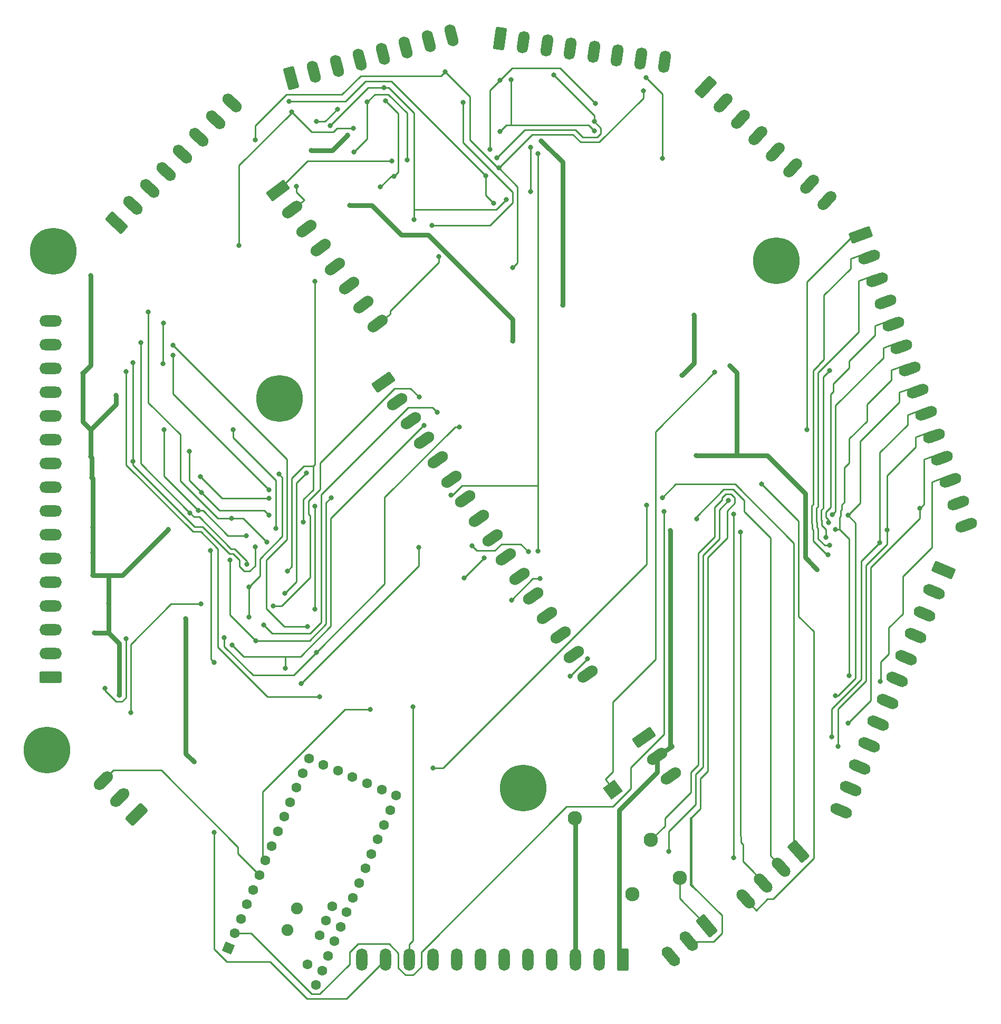
<source format=gbr>
%TF.GenerationSoftware,KiCad,Pcbnew,(6.0.10)*%
%TF.CreationDate,2023-04-24T22:32:33-04:00*%
%TF.ProjectId,waterwheel_synth_v2,77617465-7277-4686-9565-6c5f73796e74,rev?*%
%TF.SameCoordinates,Original*%
%TF.FileFunction,Copper,L2,Bot*%
%TF.FilePolarity,Positive*%
%FSLAX46Y46*%
G04 Gerber Fmt 4.6, Leading zero omitted, Abs format (unit mm)*
G04 Created by KiCad (PCBNEW (6.0.10)) date 2023-04-24 22:32:33*
%MOMM*%
%LPD*%
G01*
G04 APERTURE LIST*
G04 Aperture macros list*
%AMRoundRect*
0 Rectangle with rounded corners*
0 $1 Rounding radius*
0 $2 $3 $4 $5 $6 $7 $8 $9 X,Y pos of 4 corners*
0 Add a 4 corners polygon primitive as box body*
4,1,4,$2,$3,$4,$5,$6,$7,$8,$9,$2,$3,0*
0 Add four circle primitives for the rounded corners*
1,1,$1+$1,$2,$3*
1,1,$1+$1,$4,$5*
1,1,$1+$1,$6,$7*
1,1,$1+$1,$8,$9*
0 Add four rect primitives between the rounded corners*
20,1,$1+$1,$2,$3,$4,$5,0*
20,1,$1+$1,$4,$5,$6,$7,0*
20,1,$1+$1,$6,$7,$8,$9,0*
20,1,$1+$1,$8,$9,$2,$3,0*%
%AMHorizOval*
0 Thick line with rounded ends*
0 $1 width*
0 $2 $3 position (X,Y) of the first rounded end (center of the circle)*
0 $4 $5 position (X,Y) of the second rounded end (center of the circle)*
0 Add line between two ends*
20,1,$1,$2,$3,$4,$5,0*
0 Add two circle primitives to create the rounded ends*
1,1,$1,$2,$3*
1,1,$1,$4,$5*%
%AMRotRect*
0 Rectangle, with rotation*
0 The origin of the aperture is its center*
0 $1 length*
0 $2 width*
0 $3 Rotation angle, in degrees counterclockwise*
0 Add horizontal line*
21,1,$1,$2,0,0,$3*%
G04 Aperture macros list end*
%TA.AperFunction,ComponentPad*%
%ADD10RoundRect,0.250000X1.555635X0.636396X0.636396X1.555635X-1.555635X-0.636396X-0.636396X-1.555635X0*%
%TD*%
%TA.AperFunction,ComponentPad*%
%ADD11HorizOval,1.800000X0.636396X0.636396X-0.636396X-0.636396X0*%
%TD*%
%TA.AperFunction,ComponentPad*%
%ADD12RoundRect,0.250000X-0.498392X1.605181X-1.494250X0.769557X0.498392X-1.605181X1.494250X-0.769557X0*%
%TD*%
%TA.AperFunction,ComponentPad*%
%ADD13HorizOval,1.800000X-0.578509X0.689440X0.578509X-0.689440X0*%
%TD*%
%TA.AperFunction,ComponentPad*%
%ADD14C,7.500000*%
%TD*%
%TA.AperFunction,ComponentPad*%
%ADD15RoundRect,0.250000X-1.642510X-0.356595X-0.896861X-1.421492X1.642510X0.356595X0.896861X1.421492X0*%
%TD*%
%TA.AperFunction,ComponentPad*%
%ADD16HorizOval,1.800000X-0.737237X-0.516219X0.737237X0.516219X0*%
%TD*%
%TA.AperFunction,ComponentPad*%
%ADD17RoundRect,0.250000X-0.226682X-1.665417X1.029021X-1.328953X0.226682X1.665417X-1.029021X1.328953X0*%
%TD*%
%TA.AperFunction,ComponentPad*%
%ADD18HorizOval,1.800000X-0.232937X0.869333X0.232937X-0.869333X0*%
%TD*%
%TA.AperFunction,ComponentPad*%
%ADD19RoundRect,0.250000X1.550000X-0.650000X1.550000X0.650000X-1.550000X0.650000X-1.550000X-0.650000X0*%
%TD*%
%TA.AperFunction,ComponentPad*%
%ADD20O,3.600000X1.800000*%
%TD*%
%TA.AperFunction,ComponentPad*%
%ADD21RoundRect,0.250000X-1.629065X-0.413700X-0.846705X-1.451926X1.629065X0.413700X0.846705X1.451926X0*%
%TD*%
%TA.AperFunction,ComponentPad*%
%ADD22HorizOval,1.800000X-0.718772X-0.541634X0.718772X0.541634X0*%
%TD*%
%TA.AperFunction,ComponentPad*%
%ADD23RoundRect,0.250000X-1.678837X0.080669X-1.234210X-1.140931X1.678837X-0.080669X1.234210X1.140931X0*%
%TD*%
%TA.AperFunction,ComponentPad*%
%ADD24HorizOval,1.800000X-0.845723X-0.307818X0.845723X0.307818X0*%
%TD*%
%TA.AperFunction,ComponentPad*%
%ADD25RoundRect,0.250000X0.663449X-1.544291X1.566505X-0.609150X-0.663449X1.544291X-1.566505X0.609150X0*%
%TD*%
%TA.AperFunction,ComponentPad*%
%ADD26HorizOval,1.800000X-0.647406X0.625193X0.647406X-0.625193X0*%
%TD*%
%TA.AperFunction,ComponentPad*%
%ADD27C,1.900000*%
%TD*%
%TA.AperFunction,ComponentPad*%
%ADD28C,1.600000*%
%TD*%
%TA.AperFunction,ComponentPad*%
%ADD29RotRect,1.600000X1.600000X67.000000*%
%TD*%
%TA.AperFunction,ComponentPad*%
%ADD30RotRect,2.300000X2.300000X127.000000*%
%TD*%
%TA.AperFunction,ComponentPad*%
%ADD31C,2.300000*%
%TD*%
%TA.AperFunction,ComponentPad*%
%ADD32HorizOval,1.800000X-0.602218X0.668830X0.602218X-0.668830X0*%
%TD*%
%TA.AperFunction,ComponentPad*%
%ADD33RoundRect,0.250000X-0.554108X1.586809X-1.520197X0.716940X0.554108X-1.586809X1.520197X-0.716940X0*%
%TD*%
%TA.AperFunction,ComponentPad*%
%ADD34RoundRect,0.250000X0.650000X1.550000X-0.650000X1.550000X-0.650000X-1.550000X0.650000X-1.550000X0*%
%TD*%
%TA.AperFunction,ComponentPad*%
%ADD35O,1.800000X3.600000*%
%TD*%
%TA.AperFunction,ComponentPad*%
%ADD36HorizOval,1.800000X-0.125256X-0.891241X0.125256X0.891241X0*%
%TD*%
%TA.AperFunction,ComponentPad*%
%ADD37RoundRect,0.250000X-0.859393X-1.444453X0.427956X-1.625378X0.859393X1.444453X-0.427956X1.625378X0*%
%TD*%
%TA.AperFunction,ComponentPad*%
%ADD38HorizOval,1.800000X-0.828454X0.351658X0.828454X-0.351658X0*%
%TD*%
%TA.AperFunction,ComponentPad*%
%ADD39RoundRect,0.250000X-1.172807X1.203961X-1.680758X0.007305X1.172807X-1.203961X1.680758X-0.007305X0*%
%TD*%
%TA.AperFunction,ComponentPad*%
%ADD40RoundRect,0.250000X-1.532477X-0.690299X-0.581718X-1.576897X1.532477X0.690299X0.581718X1.576897X0*%
%TD*%
%TA.AperFunction,ComponentPad*%
%ADD41HorizOval,1.800000X-0.613799X-0.658218X0.613799X0.658218X0*%
%TD*%
%TA.AperFunction,ViaPad*%
%ADD42C,0.800000*%
%TD*%
%TA.AperFunction,Conductor*%
%ADD43C,0.762000*%
%TD*%
%TA.AperFunction,Conductor*%
%ADD44C,0.381000*%
%TD*%
%TA.AperFunction,Conductor*%
%ADD45C,0.254000*%
%TD*%
G04 APERTURE END LIST*
D10*
%TO.P,J12,1,Pin_1*%
%TO.N,volca_audio*%
X73560077Y-152300077D03*
D11*
%TO.P,J12,2,Pin_2*%
%TO.N,volca_audio_gated*%
X70866000Y-149606000D03*
%TO.P,J12,3,Pin_3*%
%TO.N,big_button_trig*%
X68171923Y-146911923D03*
%TD*%
D12*
%TO.P,J13,1,Pin_1*%
%TO.N,relay-NO*%
X165100000Y-170180000D03*
D13*
%TO.P,J13,2,Pin_2*%
%TO.N,relay-com*%
X162181371Y-172629021D03*
%TO.P,J13,3,Pin_3*%
%TO.N,relay-NC*%
X159262741Y-175078042D03*
%TD*%
D14*
%TO.P,REF\u002A\u002A,1*%
%TO.N,N/C*%
X96520000Y-85598000D03*
%TD*%
%TO.P,REF\u002A\u002A,1*%
%TO.N,N/C*%
X59182000Y-141986000D03*
%TD*%
%TO.P,REF\u002A\u002A,1*%
%TO.N,N/C*%
X135636000Y-148082000D03*
%TD*%
%TO.P,REF\u002A\u002A,1*%
%TO.N,N/C*%
X176276000Y-63500000D03*
%TD*%
%TO.P,REF\u002A\u002A,1*%
%TO.N,N/C*%
X60198000Y-61976000D03*
%TD*%
D15*
%TO.P,J7,1,Pin_1*%
%TO.N,Volca_step_1*%
X113159700Y-82957900D03*
D16*
%TO.P,J7,2,Pin_2*%
%TO.N,Volca_step_2*%
X115345026Y-86078869D03*
%TO.P,J7,3,Pin_3*%
%TO.N,Volca_step_3*%
X117530352Y-89199839D03*
%TO.P,J7,4,Pin_4*%
%TO.N,Volca_step_4*%
X119715679Y-92320808D03*
%TO.P,J7,5,Pin_5*%
%TO.N,Volca_step_5*%
X121901005Y-95441777D03*
%TO.P,J7,6,Pin_6*%
%TO.N,Volca_step_6*%
X124086331Y-98562746D03*
%TO.P,J7,7,Pin_7*%
%TO.N,Volca_step_7*%
X126271657Y-101683716D03*
%TO.P,J7,8,Pin_8*%
%TO.N,Volca_step_8*%
X128456984Y-104804685D03*
%TO.P,J7,9,Pin_9*%
%TO.N,Volca_step_9*%
X130642310Y-107925654D03*
%TO.P,J7,10,Pin_10*%
%TO.N,Volca_step_10*%
X132827636Y-111046624D03*
%TO.P,J7,11,Pin_11*%
%TO.N,Volca_step_11*%
X135012962Y-114167593D03*
%TO.P,J7,12,Pin_12*%
%TO.N,Volca_step_12*%
X137198288Y-117288562D03*
%TO.P,J7,13,Pin_13*%
%TO.N,Volca_step_13*%
X139383615Y-120409531D03*
%TO.P,J7,14,Pin_14*%
%TO.N,Volca_step_14*%
X141568941Y-123530501D03*
%TO.P,J7,15,Pin_15*%
%TO.N,Volca_step_15*%
X143754267Y-126651470D03*
%TO.P,J7,16,Pin_16*%
%TO.N,Volca_step_16*%
X145939593Y-129772439D03*
%TD*%
D17*
%TO.P,J3,1,Pin_1*%
%TO.N,C_1*%
X98331400Y-34223900D03*
D18*
%TO.P,J3,2,Pin_2*%
%TO.N,C_2*%
X102011577Y-33237799D03*
%TO.P,J3,3,Pin_3*%
%TO.N,C_3*%
X105691755Y-32251699D03*
%TO.P,J3,4,Pin_4*%
%TO.N,C_4*%
X109371932Y-31265598D03*
%TO.P,J3,5,Pin_5*%
%TO.N,C_5*%
X113052110Y-30279498D03*
%TO.P,J3,6,Pin_6*%
%TO.N,C_6*%
X116732287Y-29293397D03*
%TO.P,J3,7,Pin_7*%
%TO.N,C_7*%
X120412464Y-28307297D03*
%TO.P,J3,8,Pin_8*%
%TO.N,C_8*%
X124092642Y-27321196D03*
%TD*%
D19*
%TO.P,J10,1,Pin_1*%
%TO.N,LED2_1*%
X59718100Y-130352400D03*
D20*
%TO.P,J10,2,Pin_2*%
%TO.N,LED2_2*%
X59718100Y-126542400D03*
%TO.P,J10,3,Pin_3*%
%TO.N,LED2_3*%
X59718100Y-122732400D03*
%TO.P,J10,4,Pin_4*%
%TO.N,LED2_4*%
X59718100Y-118922400D03*
%TO.P,J10,5,Pin_5*%
%TO.N,LED2_5*%
X59718100Y-115112400D03*
%TO.P,J10,6,Pin_6*%
%TO.N,LED2_6*%
X59718100Y-111302400D03*
%TO.P,J10,7,Pin_7*%
%TO.N,LED2_7*%
X59718100Y-107492400D03*
%TO.P,J10,8,Pin_8*%
%TO.N,LED2_8*%
X59718100Y-103682400D03*
%TO.P,J10,9,Pin_9*%
%TO.N,LED2_9*%
X59718100Y-99872400D03*
%TO.P,J10,10,Pin_10*%
%TO.N,LED2_10*%
X59718100Y-96062400D03*
%TO.P,J10,11,Pin_11*%
%TO.N,LED2_11*%
X59718100Y-92252400D03*
%TO.P,J10,12,Pin_12*%
%TO.N,LED2_12*%
X59718100Y-88442400D03*
%TO.P,J10,13,Pin_13*%
%TO.N,LED2_13*%
X59718100Y-84632400D03*
%TO.P,J10,14,Pin_14*%
%TO.N,LED2_14*%
X59718100Y-80822400D03*
%TO.P,J10,15,Pin_15*%
%TO.N,LED2_15*%
X59718100Y-77012400D03*
%TO.P,J10,16,Pin_16*%
%TO.N,LED2_16*%
X59718100Y-73202400D03*
%TD*%
D21*
%TO.P,J5,1,Pin_1*%
%TO.N,LED1_1*%
X96186000Y-52278800D03*
D22*
%TO.P,J5,2,Pin_2*%
%TO.N,LED1_2*%
X98478915Y-55321601D03*
%TO.P,J5,3,Pin_3*%
%TO.N,LED1_3*%
X100771830Y-58364403D03*
%TO.P,J5,4,Pin_4*%
%TO.N,LED1_4*%
X103064746Y-61407204D03*
%TO.P,J5,5,Pin_5*%
%TO.N,LED1_5*%
X105357661Y-64450005D03*
%TO.P,J5,6,Pin_6*%
%TO.N,LED1_6*%
X107650576Y-67492806D03*
%TO.P,J5,7,Pin_7*%
%TO.N,LED1_7*%
X109943491Y-70535608D03*
%TO.P,J5,8,Pin_8*%
%TO.N,LED1_8*%
X112236407Y-73578409D03*
%TD*%
D23*
%TO.P,J4,1,Pin_1*%
%TO.N,BINARY_1*%
X189815742Y-59375024D03*
D24*
%TO.P,J4,2,Pin_2*%
%TO.N,BINARY_2*%
X191118839Y-62955253D03*
%TO.P,J4,3,Pin_3*%
%TO.N,BINARY_3*%
X192421935Y-66535482D03*
%TO.P,J4,4,Pin_4*%
%TO.N,BINARY_4*%
X193725032Y-70115711D03*
%TO.P,J4,5,Pin_5*%
%TO.N,BINARY_5*%
X195028129Y-73695940D03*
%TO.P,J4,6,Pin_6*%
%TO.N,BINARY_6*%
X196331226Y-77276168D03*
%TO.P,J4,7,Pin_7*%
%TO.N,BINARY_7*%
X197634322Y-80856397D03*
%TO.P,J4,8,Pin_8*%
%TO.N,BINARY_8*%
X198937419Y-84436626D03*
%TO.P,J4,9,Pin_9*%
%TO.N,BINARY_9*%
X200240516Y-88016855D03*
%TO.P,J4,10,Pin_10*%
%TO.N,BINARY_10*%
X201543613Y-91597084D03*
%TO.P,J4,11,Pin_11*%
%TO.N,BINARY_11*%
X202846709Y-95177313D03*
%TO.P,J4,12,Pin_12*%
%TO.N,BINARY_12*%
X204149806Y-98757542D03*
%TO.P,J4,13,Pin_13*%
%TO.N,selected_trig*%
X205452903Y-102337771D03*
%TO.P,J4,14,Pin_14*%
%TO.N,selected_trig2*%
X206756000Y-105918000D03*
%TD*%
D25*
%TO.P,J6,1,Pin_1*%
%TO.N,D_1*%
X70323700Y-57380200D03*
D26*
%TO.P,J6,2,Pin_2*%
%TO.N,D_2*%
X72970348Y-54639515D03*
%TO.P,J6,3,Pin_3*%
%TO.N,D_3*%
X75616997Y-51898831D03*
%TO.P,J6,4,Pin_4*%
%TO.N,D_4*%
X78263645Y-49158146D03*
%TO.P,J6,5,Pin_5*%
%TO.N,D_5*%
X80910294Y-46417461D03*
%TO.P,J6,6,Pin_6*%
%TO.N,D_6*%
X83556942Y-43676777D03*
%TO.P,J6,7,Pin_7*%
%TO.N,D_7*%
X86203590Y-40936092D03*
%TO.P,J6,8,Pin_8*%
%TO.N,D_8*%
X88850239Y-38195408D03*
%TD*%
D27*
%TO.P,U10,52*%
%TO.N,N/C*%
X99262457Y-167367606D03*
X97773772Y-170874729D03*
D28*
%TO.P,U10,37,A11*%
%TO.N,unconnected-(U10-Pad37)*%
X104931079Y-167014438D03*
%TO.P,U10,36,A10*%
%TO.N,unconnected-(U10-Pad36)*%
X103938622Y-169352520D03*
%TO.P,U10,35,AREF*%
%TO.N,unconnected-(U10-Pad35)*%
X102946165Y-171690602D03*
%TO.P,U10,34,VUSB*%
%TO.N,unconnected-(U10-Pad34)*%
X100961251Y-176366767D03*
%TO.P,U10,33,Vin*%
%TO.N,+5V*%
X102306876Y-179697306D03*
%TO.P,U10,32,AGND*%
%TO.N,unconnected-(U10-Pad32)*%
X103299333Y-177359224D03*
%TO.P,U10,31,3.3V*%
%TO.N,+3V3*%
X104291790Y-175021142D03*
%TO.P,U10,30,23_A9_Touch_PWM*%
%TO.N,unconnected-(U10-Pad30)*%
X105284247Y-172683059D03*
%TO.P,U10,29,22_A8_Touch_PWM*%
%TO.N,unconnected-(U10-Pad29)*%
X106276704Y-170344977D03*
%TO.P,U10,28,21_A7_RX1_CS_PWM*%
%TO.N,unconnected-(U10-Pad28)*%
X107269161Y-168006895D03*
%TO.P,U10,27,20_A6_CS_PWM*%
%TO.N,unconnected-(U10-Pad27)*%
X108261618Y-165668812D03*
%TO.P,U10,26,19_A5_SCL0_Touch*%
%TO.N,big_button_sound_vol*%
X109254076Y-163330730D03*
%TO.P,U10,25,18_A4_SDA0_Touch*%
%TO.N,synth_vol*%
X110246533Y-160992648D03*
%TO.P,U10,24,17_A3_SDA0_Touch*%
%TO.N,TT_vol*%
X111238990Y-158654565D03*
%TO.P,U10,23,16_A2_SCL0_Touch*%
%TO.N,HH_vol*%
X112231447Y-156316483D03*
%TO.P,U10,22,15_A1_CS_Touch*%
%TO.N,SD_vol*%
X113223904Y-153978401D03*
%TO.P,U10,21,14_A0_SCK*%
%TO.N,BD_vol*%
X114216361Y-151640318D03*
%TO.P,U10,20,13_LED_SCK*%
%TO.N,unconnected-(U10-Pad20)*%
X115208818Y-149302236D03*
%TO.P,U10,19,A14/DAC*%
%TO.N,unconnected-(U10-Pad19)*%
X112870736Y-148309779D03*
%TO.P,U10,18,Program*%
%TO.N,unconnected-(U10-Pad18)*%
X110532653Y-147317322D03*
%TO.P,U10,17,GND*%
%TO.N,unconnected-(U10-Pad17)*%
X108194571Y-146324865D03*
%TO.P,U10,16,3.3V*%
%TO.N,unconnected-(U10-Pad16)*%
X105856489Y-145332408D03*
%TO.P,U10,15,VBat*%
%TO.N,unconnected-(U10-Pad15)*%
X103518406Y-144339951D03*
%TO.P,U10,14,12_DIN*%
%TO.N,unconnected-(U10-Pad14)*%
X101180324Y-143347494D03*
%TO.P,U10,13,11_DOUT*%
%TO.N,unconnected-(U10-Pad13)*%
X100187867Y-145685576D03*
%TO.P,U10,12,10_TX2_CS_PWM*%
%TO.N,unconnected-(U10-Pad12)*%
X99195410Y-148023658D03*
%TO.P,U10,11,9_RX2_CS_PWM*%
%TO.N,unconnected-(U10-Pad11)*%
X98202953Y-150361741D03*
%TO.P,U10,10,8_TX3_DIN*%
%TO.N,unconnected-(U10-Pad10)*%
X97210496Y-152699823D03*
%TO.P,U10,9,7_RX3_DOUT*%
%TO.N,unconnected-(U10-Pad9)*%
X96218039Y-155037905D03*
%TO.P,U10,8,6_PWM*%
%TO.N,unconnected-(U10-Pad8)*%
X95225582Y-157375988D03*
%TO.P,U10,7,5_TX1_PWM*%
%TO.N,ambient_trigger_to_teensy*%
X94233124Y-159714070D03*
%TO.P,U10,6,4_RX_PWM*%
%TO.N,big_button_trig*%
X93240667Y-162052152D03*
%TO.P,U10,5,3_TX_PWM*%
%TO.N,HH_Trig_short*%
X92248210Y-164390235D03*
%TO.P,U10,4,2*%
%TO.N,TT_Trig_short*%
X91255753Y-166728317D03*
%TO.P,U10,3,1_TX1_Touch*%
%TO.N,BD_Trig_short*%
X90263296Y-169066399D03*
%TO.P,U10,2,0_RX1_Touch*%
%TO.N,SD_trig_short*%
X89270839Y-171404482D03*
D29*
%TO.P,U10,1,GND*%
%TO.N,GND*%
X88278382Y-173742564D03*
%TD*%
D30*
%TO.P,K1,1*%
%TO.N,Net-(D38-Pad2)*%
X150003600Y-148314400D03*
D31*
%TO.P,K1,2*%
%TO.N,relay-com*%
X156118041Y-156428537D03*
%TO.P,K1,3*%
%TO.N,relay-NO*%
X160703871Y-162514139D03*
%TO.P,K1,4*%
%TO.N,relay-NC*%
X153089658Y-165071436D03*
%TO.P,K1,5*%
%TO.N,+5V*%
X143917997Y-152900230D03*
%TD*%
D15*
%TO.P,J9,1,Pin_1*%
%TO.N,clock*%
X154955700Y-139929200D03*
D16*
%TO.P,J9,2,Pin_2*%
%TO.N,GND*%
X157141026Y-143050169D03*
%TO.P,J9,3,Pin_3*%
%TO.N,+5V*%
X159326352Y-146171139D03*
%TD*%
D32*
%TO.P,J11,4,Pin_4*%
%TO.N,TT_Trig_long*%
X171327355Y-165873563D03*
%TO.P,J11,3,Pin_3*%
%TO.N,HH_Trig_long*%
X174158736Y-163324175D03*
%TO.P,J11,2,Pin_2*%
%TO.N,SD_trig_long*%
X176990118Y-160774788D03*
D33*
%TO.P,J11,1,Pin_1*%
%TO.N,BD_Trig_long*%
X179821500Y-158225400D03*
%TD*%
D34*
%TO.P,J14,1,Pin_1*%
%TO.N,GND*%
X151599600Y-175607900D03*
D35*
%TO.P,J14,2,Pin_2*%
%TO.N,+3V3*%
X147789600Y-175607900D03*
%TO.P,J14,3,Pin_3*%
%TO.N,+5V*%
X143979600Y-175607900D03*
%TO.P,J14,4,Pin_4*%
%TO.N,BD_vol*%
X140169600Y-175607900D03*
%TO.P,J14,5,Pin_5*%
%TO.N,SD_vol*%
X136359600Y-175607900D03*
%TO.P,J14,6,Pin_6*%
%TO.N,HH_vol*%
X132549600Y-175607900D03*
%TO.P,J14,7,Pin_7*%
%TO.N,TT_vol*%
X128739600Y-175607900D03*
%TO.P,J14,8,Pin_8*%
%TO.N,synth_vol*%
X124929600Y-175607900D03*
%TO.P,J14,9,Pin_9*%
%TO.N,big_button_sound_vol*%
X121119600Y-175607900D03*
%TO.P,J14,10,Pin_10*%
%TO.N,hold_pot*%
X117309600Y-175607900D03*
%TO.P,J14,11,Pin_11*%
%TO.N,volca_gate_control*%
X113499600Y-175607900D03*
%TO.P,J14,12,Pin_12*%
%TO.N,unconnected-(J14-Pad12)*%
X109689600Y-175607900D03*
%TD*%
D36*
%TO.P,J2,8,Pin_8*%
%TO.N,B_8*%
X158242949Y-31612047D03*
%TO.P,J2,7,Pin_7*%
%TO.N,B_7*%
X154470028Y-31081797D03*
%TO.P,J2,6,Pin_6*%
%TO.N,B_6*%
X150697107Y-30551548D03*
%TO.P,J2,5,Pin_5*%
%TO.N,B_5*%
X146924185Y-30021298D03*
%TO.P,J2,4,Pin_4*%
%TO.N,B_4*%
X143151264Y-29491049D03*
%TO.P,J2,3,Pin_3*%
%TO.N,B_3*%
X139378343Y-28960799D03*
%TO.P,J2,2,Pin_2*%
%TO.N,B_2*%
X135605421Y-28430550D03*
D37*
%TO.P,J2,1,Pin_1*%
%TO.N,B_1*%
X131832500Y-27900300D03*
%TD*%
D38*
%TO.P,J8,12,Pin_12*%
%TO.N,LED_BIN_12*%
X186657058Y-151701658D03*
%TO.P,J8,11,Pin_11*%
%TO.N,LED_BIN_11*%
X188145744Y-148194535D03*
%TO.P,J8,10,Pin_10*%
%TO.N,LED_BIN_10*%
X189634430Y-144687411D03*
%TO.P,J8,9,Pin_9*%
%TO.N,LED_BIN_9*%
X191123115Y-141180288D03*
%TO.P,J8,8,Pin_8*%
%TO.N,LED_BIN_8*%
X192611801Y-137673164D03*
%TO.P,J8,7,Pin_7*%
%TO.N,LED_BIN_7*%
X194100486Y-134166041D03*
%TO.P,J8,6,Pin_6*%
%TO.N,LED_BIN_6*%
X195589172Y-130658917D03*
%TO.P,J8,5,Pin_5*%
%TO.N,LED_BIN_5*%
X197077858Y-127151794D03*
%TO.P,J8,4,Pin_4*%
%TO.N,LED_BIN_4*%
X198566543Y-123644670D03*
%TO.P,J8,3,Pin_3*%
%TO.N,LED_BIN_3*%
X200055229Y-120137547D03*
%TO.P,J8,2,Pin_2*%
%TO.N,LED_BIN_2*%
X201543914Y-116630423D03*
D39*
%TO.P,J8,1,Pin_1*%
%TO.N,LED_BIN_1*%
X203032600Y-113123300D03*
%TD*%
D40*
%TO.P,J1,1,Pin_1*%
%TO.N,A_1*%
X164887200Y-35633200D03*
D41*
%TO.P,J1,2,Pin_2*%
%TO.N,A_2*%
X167673658Y-38231614D03*
%TO.P,J1,3,Pin_3*%
%TO.N,A_3*%
X170460115Y-40830028D03*
%TO.P,J1,4,Pin_4*%
%TO.N,A_4*%
X173246573Y-43428441D03*
%TO.P,J1,5,Pin_5*%
%TO.N,A_5*%
X176033030Y-46026855D03*
%TO.P,J1,6,Pin_6*%
%TO.N,A_6*%
X178819488Y-48625269D03*
%TO.P,J1,7,Pin_7*%
%TO.N,A_7*%
X181605946Y-51223683D03*
%TO.P,J1,8,Pin_8*%
%TO.N,A_8*%
X184392403Y-53822096D03*
%TD*%
D42*
%TO.N,+5V*%
X81408600Y-120882400D03*
%TO.N,GND*%
X107417800Y-43343300D03*
X163330900Y-94745500D03*
X69037200Y-118470400D03*
X168802123Y-80316800D03*
X182781100Y-113033600D03*
X66507900Y-113979600D03*
X66507900Y-106291100D03*
X66166400Y-65842600D03*
X159245400Y-106796900D03*
X64855400Y-81562600D03*
X66143500Y-90588000D03*
X66792100Y-123176500D03*
X101523400Y-45800200D03*
X133934700Y-76395400D03*
X70211500Y-85068400D03*
X66143500Y-94898600D03*
X78610400Y-106618100D03*
X180911300Y-100860300D03*
X66507900Y-110290600D03*
X66362700Y-98276900D03*
X116004000Y-59354900D03*
X107764100Y-54612600D03*
X70730900Y-133207600D03*
%TO.N,+5V*%
X163055800Y-72241400D03*
X141928500Y-70623400D03*
X82737100Y-143875200D03*
X138479600Y-44267500D03*
X161115900Y-81877000D03*
%TO.N,sel_trig_inv*%
X102928400Y-133425500D03*
X71836400Y-81258400D03*
%TO.N,hold_pot*%
X117890700Y-135082000D03*
%TO.N,1_5*%
X118040300Y-56869100D03*
X104639000Y-41802100D03*
X132872000Y-53726800D03*
X113223800Y-35770000D03*
%TO.N,1_1*%
X108324400Y-42284000D03*
X131844700Y-34535400D03*
X130253400Y-45619900D03*
X98388100Y-39610400D03*
X89968800Y-61046700D03*
X147158800Y-38269400D03*
%TO.N,1_2*%
X131844700Y-42771100D03*
X147031400Y-42650700D03*
X133668500Y-34431000D03*
%TO.N,1_6*%
X125976300Y-38097000D03*
X105769300Y-39183900D03*
X120970100Y-57861300D03*
X102431500Y-41163900D03*
%TO.N,1_3*%
X108441700Y-46067400D03*
X140529300Y-33687600D03*
X116931000Y-47349400D03*
X110549700Y-38052300D03*
X131357400Y-46989600D03*
X147031400Y-41186900D03*
%TO.N,1_7*%
X123032400Y-33228700D03*
X131682000Y-48619400D03*
X154855900Y-36268100D03*
X133934700Y-64630100D03*
X92568700Y-44128800D03*
%TO.N,1_4*%
X113455900Y-37840300D03*
X114813800Y-49949700D03*
X157916100Y-47101800D03*
X155304000Y-34099900D03*
X112669800Y-51672600D03*
%TO.N,1_8*%
X129610700Y-49889400D03*
X97968400Y-37904300D03*
X130857400Y-54257600D03*
%TO.N,2_1*%
X91544400Y-115828600D03*
X96403300Y-97754700D03*
X83847000Y-118574800D03*
X91544400Y-120628400D03*
X72568000Y-135973800D03*
%TO.N,2_2*%
X95460800Y-118905200D03*
X118884100Y-85371000D03*
X68477300Y-132072900D03*
X71805800Y-124116300D03*
%TO.N,2_3*%
X121776000Y-87804300D03*
X93905600Y-121898400D03*
%TO.N,2_4*%
X97381300Y-128875000D03*
X119671800Y-89929400D03*
X88865100Y-125131300D03*
%TO.N,2_5*%
X125386300Y-90158500D03*
X102386400Y-126312300D03*
X87626600Y-123937700D03*
%TO.N,2_6*%
X97361000Y-116878600D03*
X100807900Y-97547600D03*
%TO.N,2_7*%
X104742800Y-101541500D03*
X88539700Y-111496400D03*
X92653700Y-124450700D03*
%TO.N,2_8*%
X85971900Y-127963700D03*
X99935200Y-131325800D03*
X118845400Y-109518400D03*
X85367000Y-109971300D03*
%TO.N,2_9*%
X83742000Y-98106000D03*
X94756500Y-101611600D03*
%TO.N,2_10*%
X81975000Y-94090500D03*
X127400700Y-109251300D03*
X83948600Y-100684300D03*
X94793500Y-104328000D03*
X136455500Y-110195900D03*
%TO.N,2_11*%
X91143700Y-107585000D03*
X126125200Y-114396200D03*
X77978100Y-90603900D03*
X129344100Y-111177300D03*
X83454200Y-103567300D03*
%TO.N,2_12*%
X133723100Y-117926200D03*
X89046200Y-90603900D03*
X138320900Y-114509900D03*
X95872300Y-106456600D03*
%TO.N,2_13*%
X72918500Y-79819000D03*
X92545000Y-109437700D03*
X72918500Y-95706000D03*
%TO.N,2_14*%
X91269400Y-112219400D03*
X82112000Y-103936900D03*
X74184300Y-76616400D03*
%TO.N,2_15*%
X75429800Y-71757900D03*
X88764200Y-104823600D03*
X94475100Y-108642000D03*
%TO.N,2_16*%
X143089100Y-130158700D03*
X100302300Y-105388400D03*
X97751500Y-113264600D03*
X102146100Y-66830000D03*
X145948100Y-127359400D03*
%TO.N,LED1_1*%
X114482500Y-47485300D03*
%TO.N,LED1_2*%
X99182000Y-51599800D03*
%TO.N,LED1_8*%
X122012700Y-62830100D03*
%TO.N,BINARY_1*%
X181162900Y-90603900D03*
%TO.N,BINARY_2*%
X184516100Y-110707500D03*
%TO.N,BINARY_3*%
X184803000Y-109175900D03*
%TO.N,BINARY_4*%
X184224200Y-107882700D03*
X184804800Y-81096300D03*
%TO.N,BINARY_5*%
X184587600Y-105494900D03*
%TO.N,BINARY_6*%
X185199400Y-104256700D03*
%TO.N,BINARY_7*%
X185706600Y-106622200D03*
X187912400Y-130036100D03*
%TO.N,BINARY_8*%
X185734500Y-133277500D03*
X187734000Y-104351500D03*
%TO.N,BINARY_9*%
X192810600Y-108726600D03*
X185106000Y-139911100D03*
%TO.N,BINARY_10*%
X186153700Y-141438400D03*
X194020200Y-106663800D03*
%TO.N,BINARY_11*%
X199303100Y-103186200D03*
X187744200Y-137669300D03*
%TO.N,BINARY_12*%
X192871700Y-130990300D03*
%TO.N,selected_trig*%
X77758200Y-79988400D03*
X77818000Y-73509000D03*
%TO.N,volca_gate_control*%
X86004000Y-155219200D03*
%TO.N,BD_Trig_long*%
X157916100Y-101481500D03*
%TO.N,SD_trig_long*%
X163410400Y-104880400D03*
%TO.N,HH_Trig_long*%
X170508100Y-107000000D03*
%TO.N,TT_Trig_long*%
X173903700Y-99345800D03*
%TO.N,clock*%
X123998800Y-101094100D03*
X137984000Y-46337800D03*
X137984000Y-110044400D03*
%TO.N,BD_Trig_short*%
X121133600Y-144852600D03*
X155389600Y-102669900D03*
%TO.N,SD_trig_short*%
X158210300Y-103705000D03*
%TO.N,HH_Trig_short*%
X169417800Y-159285800D03*
X169417800Y-104134100D03*
%TO.N,TT_Trig_short*%
X158991800Y-158213600D03*
X168545300Y-101981400D03*
%TO.N,ambient_trigger_to_teensy*%
X111016600Y-135487400D03*
%TO.N,Net-(U1-Pad15)*%
X136751000Y-52429400D03*
X136751000Y-45302600D03*
%TO.N,Net-(D38-Pad2)*%
X166362000Y-81414800D03*
%TO.N,Net-(U2-Pad1)*%
X100991900Y-122153000D03*
X79342200Y-77021200D03*
%TO.N,Net-(U2-Pad2)*%
X79346500Y-78653500D03*
X94758100Y-100280200D03*
%TO.N,Net-(U4-Pad11)*%
X102170200Y-119358400D03*
X102170200Y-102848400D03*
%TD*%
D43*
%TO.N,GND*%
X169906800Y-81421477D02*
X168802123Y-80316800D01*
X169906800Y-94745500D02*
X169906800Y-81421477D01*
D44*
%TO.N,relay-com*%
X162552371Y-153010171D02*
X162552371Y-163568371D01*
X162490900Y-152948700D02*
X162552371Y-153010171D01*
X162552371Y-163568371D02*
X162814000Y-163830000D01*
D45*
X162814000Y-163830000D02*
X167507831Y-168523831D01*
X162490900Y-163506900D02*
X162814000Y-163830000D01*
D43*
%TO.N,+5V*%
X81408600Y-120882400D02*
X81408600Y-142546700D01*
D45*
%TO.N,volca_gate_control*%
X100918800Y-181896800D02*
X94938900Y-175916900D01*
X88035400Y-175916900D02*
X86004000Y-173885500D01*
X107210700Y-181896800D02*
X100918800Y-181896800D01*
X94938900Y-175916900D02*
X88035400Y-175916900D01*
X113499600Y-175607900D02*
X107210700Y-181896800D01*
X86004000Y-173885500D02*
X86004000Y-155219200D01*
%TO.N,SD_trig_short*%
X158210300Y-139443700D02*
X158210300Y-103705000D01*
X152867700Y-148186400D02*
X152867700Y-144786300D01*
X149996400Y-151057700D02*
X152867700Y-148186400D01*
X142542500Y-151057700D02*
X149996400Y-151057700D01*
X119214600Y-174385600D02*
X142542500Y-151057700D01*
X152867700Y-144786300D02*
X158210300Y-139443700D01*
X119214600Y-176778100D02*
X119214600Y-174385600D01*
X117938700Y-178054000D02*
X119214600Y-176778100D01*
X116684882Y-178054000D02*
X117938700Y-178054000D01*
X115570000Y-176939118D02*
X116684882Y-178054000D01*
X115570000Y-174607482D02*
X115570000Y-176939118D01*
X114060518Y-173098000D02*
X115570000Y-174607482D01*
X109051900Y-173098000D02*
X114060518Y-173098000D01*
X107711900Y-174438000D02*
X109051900Y-173098000D01*
X107711900Y-176334700D02*
X107711900Y-174438000D01*
X102911900Y-181134700D02*
X107711900Y-176334700D01*
X101615400Y-181134700D02*
X102911900Y-181134700D01*
X91885200Y-171404500D02*
X101615400Y-181134700D01*
X89270800Y-171404500D02*
X91885200Y-171404500D01*
%TO.N,relay-NO*%
X160703871Y-165783871D02*
X165100000Y-170180000D01*
X160703871Y-162514139D02*
X160703871Y-165783871D01*
%TO.N,relay-com*%
X162272100Y-172719750D02*
X162181371Y-172629021D01*
X166126338Y-172719750D02*
X162272100Y-172719750D01*
X167507831Y-168523831D02*
X167507831Y-171338257D01*
X167507831Y-171338257D02*
X166126338Y-172719750D01*
D43*
%TO.N,GND*%
X151014600Y-175022900D02*
X151014600Y-151659300D01*
X66143500Y-94898600D02*
X66143500Y-90588000D01*
X180861900Y-100909700D02*
X180861900Y-111114400D01*
X133934700Y-72923100D02*
X133934700Y-76395400D01*
X66143500Y-90588000D02*
X70211500Y-86520000D01*
X66143500Y-94898600D02*
X66362700Y-95117800D01*
X151014600Y-151659300D02*
X157141000Y-145532900D01*
X101523400Y-45800200D02*
X104960900Y-45800200D01*
X70730900Y-133207600D02*
X70730900Y-124870200D01*
X69037200Y-118470400D02*
X69037200Y-123176500D01*
X66362700Y-98276900D02*
X66507900Y-98422100D01*
X120366500Y-59354900D02*
X133934700Y-72923100D01*
X66166400Y-80251600D02*
X66166400Y-65842600D01*
X174796500Y-94745500D02*
X169906800Y-94745500D01*
X159450900Y-141432800D02*
X159245400Y-141227300D01*
X116004000Y-59354900D02*
X120366500Y-59354900D01*
X151599600Y-175607900D02*
X151014600Y-175022900D01*
X69037200Y-123176500D02*
X66792100Y-123176500D01*
X66507900Y-106291100D02*
X66507900Y-110290600D01*
X159245400Y-141227300D02*
X159245400Y-106796900D01*
X66507900Y-110290600D02*
X66507900Y-113979600D01*
X180911300Y-100860300D02*
X180861900Y-100909700D01*
X66507900Y-113979600D02*
X69037200Y-113979600D01*
X180911300Y-100860300D02*
X174796500Y-94745500D01*
X180861900Y-111114400D02*
X182781100Y-113033600D01*
X70211500Y-86520000D02*
X70211500Y-85068400D01*
X66143500Y-90588000D02*
X64855400Y-89299900D01*
X111261700Y-54612600D02*
X116004000Y-59354900D01*
X64855400Y-81562600D02*
X66166400Y-80251600D01*
X69037200Y-113979600D02*
X71248900Y-113979600D01*
X107764100Y-54612600D02*
X111261700Y-54612600D01*
X71248900Y-113979600D02*
X78610400Y-106618100D01*
X157141000Y-143050200D02*
X159450900Y-141432800D01*
X169906800Y-94745500D02*
X163330900Y-94745500D01*
X157141000Y-145532900D02*
X157141000Y-143050200D01*
X70730900Y-124870200D02*
X69037200Y-123176500D01*
X66362700Y-95117800D02*
X66362700Y-98276900D01*
X64855400Y-89299900D02*
X64855400Y-81562600D01*
X66507900Y-98422100D02*
X66507900Y-106291100D01*
X69037200Y-118470400D02*
X69037200Y-113979600D01*
X104960900Y-45800200D02*
X107417800Y-43343300D01*
%TO.N,+5V*%
X138479600Y-44267500D02*
X141928500Y-47716400D01*
X141928500Y-47716400D02*
X141928500Y-70623400D01*
X81408600Y-142546700D02*
X82737100Y-143875200D01*
X143979600Y-152961800D02*
X143979600Y-175607900D01*
X163055800Y-79937100D02*
X163055800Y-72241400D01*
X161115900Y-81877000D02*
X163055800Y-79937100D01*
X143918000Y-152900200D02*
X143979600Y-152961800D01*
D45*
%TO.N,sel_trig_inv*%
X86570500Y-125485800D02*
X94510200Y-133425500D01*
X83835800Y-106976100D02*
X86570500Y-109710800D01*
X71836400Y-81258400D02*
X71836400Y-96259900D01*
X86570500Y-109710800D02*
X86570500Y-125485800D01*
X94510200Y-133425500D02*
X102928400Y-133425500D01*
X71836400Y-96259900D02*
X82552600Y-106976100D01*
X82552600Y-106976100D02*
X83835800Y-106976100D01*
%TO.N,hold_pot*%
X117890700Y-172591700D02*
X117890700Y-135082000D01*
X117309600Y-175607900D02*
X117309600Y-173172800D01*
X117309600Y-173172800D02*
X117890700Y-172591700D01*
%TO.N,1_5*%
X118040300Y-55296000D02*
X118040300Y-56869100D01*
X113223800Y-35770000D02*
X113996200Y-35770000D01*
X118040300Y-39814100D02*
X118040300Y-55296000D01*
X110671100Y-35770000D02*
X113223800Y-35770000D01*
X113996200Y-35770000D02*
X118040300Y-39814100D01*
X132872000Y-53726800D02*
X131302800Y-55296000D01*
X104639000Y-41802100D02*
X110671100Y-35770000D01*
X131302800Y-55296000D02*
X118040300Y-55296000D01*
%TO.N,1_1*%
X89968800Y-48192600D02*
X98388100Y-39773300D01*
X133778700Y-32601400D02*
X131844700Y-34535400D01*
X130253400Y-36126700D02*
X130253400Y-45619900D01*
X131844700Y-34535400D02*
X130253400Y-36126700D01*
X108324400Y-42284000D02*
X105667100Y-42284000D01*
X141490800Y-32601400D02*
X133778700Y-32601400D01*
X89968800Y-61046700D02*
X89968800Y-48192600D01*
X98388100Y-39773300D02*
X98388100Y-39610400D01*
X147158800Y-38269400D02*
X141490800Y-32601400D01*
X105109500Y-42841600D02*
X101619300Y-42841600D01*
X105667100Y-42284000D02*
X105109500Y-42841600D01*
X101619300Y-42841600D02*
X98388100Y-39610400D01*
%TO.N,1_2*%
X133668500Y-41708100D02*
X132907700Y-41708100D01*
X147031400Y-42650700D02*
X146088800Y-41708100D01*
X133668500Y-41708100D02*
X133668500Y-34431000D01*
X132907700Y-41708100D02*
X131844700Y-42771100D01*
X146088800Y-41708100D02*
X133668500Y-41708100D01*
%TO.N,1_6*%
X125976300Y-44584300D02*
X125976300Y-38097000D01*
X120970100Y-57861300D02*
X130268700Y-57861300D01*
X133934700Y-54195300D02*
X133934700Y-52542700D01*
X133934700Y-52542700D02*
X125976300Y-44584300D01*
X130268700Y-57861300D02*
X133934700Y-54195300D01*
X105769300Y-39183900D02*
X103789300Y-41163900D01*
X103789300Y-41163900D02*
X102431500Y-41163900D01*
%TO.N,1_3*%
X145180000Y-43711600D02*
X147467800Y-43711600D01*
X116931000Y-39788700D02*
X116931000Y-47349400D01*
X111796900Y-36805100D02*
X113947400Y-36805100D01*
X140529300Y-33687600D02*
X147031400Y-40189700D01*
X143938600Y-42470200D02*
X145180000Y-43711600D01*
X135876800Y-42470200D02*
X143938600Y-42470200D01*
X147467800Y-43711600D02*
X148076400Y-43103000D01*
X147031400Y-40189700D02*
X147031400Y-41186900D01*
X108441700Y-46067400D02*
X110549600Y-43959500D01*
X110549700Y-38052300D02*
X111796900Y-36805100D01*
X110549600Y-38052300D02*
X110549700Y-38052300D01*
X148076400Y-42231900D02*
X147031400Y-41186900D01*
X131357400Y-46989600D02*
X135876800Y-42470200D01*
X148076400Y-43103000D02*
X148076400Y-42231900D01*
X110549600Y-43959500D02*
X110549600Y-38052300D01*
X113947400Y-36805100D02*
X116931000Y-39788700D01*
%TO.N,1_7*%
X147783500Y-44473700D02*
X154855900Y-37401300D01*
X127011400Y-37207700D02*
X123032400Y-33228700D01*
X143557600Y-43232300D02*
X144799000Y-44473700D01*
X133934700Y-64630100D02*
X134696800Y-63868000D01*
X134696800Y-63868000D02*
X134696800Y-51634200D01*
X134696800Y-51634200D02*
X131682000Y-48619400D01*
X154855900Y-37401300D02*
X154855900Y-36268100D01*
X97538400Y-36869100D02*
X106476600Y-36869100D01*
X131682000Y-48619400D02*
X131523400Y-48619400D01*
X127011400Y-44107400D02*
X127011400Y-37207700D01*
X122399800Y-33861300D02*
X123032400Y-33228700D01*
X92568700Y-41838800D02*
X97538400Y-36869100D01*
X137069100Y-43232300D02*
X143557600Y-43232300D01*
X92568700Y-44128800D02*
X92568700Y-41838800D01*
X131523400Y-48619400D02*
X127011400Y-44107400D01*
X131682000Y-48619400D02*
X137069100Y-43232300D01*
X144799000Y-44473700D02*
X147783500Y-44473700D01*
X106476600Y-36869100D02*
X109484400Y-33861300D01*
X109484400Y-33861300D02*
X122399800Y-33861300D01*
%TO.N,1_4*%
X114813800Y-49949700D02*
X114392700Y-49949700D01*
X115517700Y-49245800D02*
X115517700Y-39902100D01*
X157916100Y-36712000D02*
X157916100Y-47101800D01*
X155304000Y-34099900D02*
X157916100Y-36712000D01*
X115517700Y-39902100D02*
X113455900Y-37840300D01*
X114813800Y-49949700D02*
X115517700Y-49245800D01*
X114392700Y-49949700D02*
X112669800Y-51672600D01*
%TO.N,1_8*%
X114447300Y-34726000D02*
X129610700Y-49889400D01*
X110256400Y-34726000D02*
X114447300Y-34726000D01*
X107078100Y-37904300D02*
X110256400Y-34726000D01*
X97968400Y-37904300D02*
X107078100Y-37904300D01*
X129610700Y-49889400D02*
X129610700Y-53010900D01*
X129610700Y-53010900D02*
X130857400Y-54257600D01*
%TO.N,2_1*%
X72568000Y-125081000D02*
X72568000Y-135973800D01*
X83847000Y-118574800D02*
X79074200Y-118574800D01*
X93307200Y-114065800D02*
X93307200Y-111360000D01*
X79074200Y-118574800D02*
X72568000Y-125081000D01*
X96934200Y-98285600D02*
X96403300Y-97754700D01*
X96934200Y-107733000D02*
X96934200Y-98285600D01*
X91544400Y-115828600D02*
X93307200Y-114065800D01*
X93307200Y-111360000D02*
X96934200Y-107733000D01*
X91544400Y-120628400D02*
X91544400Y-115828600D01*
%TO.N,2_2*%
X95460800Y-118905200D02*
X96827800Y-118905200D01*
X101401800Y-114331200D02*
X101401800Y-104388100D01*
X101122600Y-104108900D02*
X101122600Y-102054700D01*
X114912400Y-83976200D02*
X117489300Y-83976200D01*
X68477300Y-132460300D02*
X70260300Y-134243300D01*
X96827800Y-118905200D02*
X101401800Y-114331200D01*
X68477300Y-132072900D02*
X68477300Y-132460300D01*
X101401800Y-104388100D02*
X101122600Y-104108900D01*
X102973700Y-95914900D02*
X114912400Y-83976200D01*
X101122600Y-102054700D02*
X102973700Y-100203600D01*
X70260300Y-134243300D02*
X71159200Y-134243300D01*
X71159200Y-134243300D02*
X71805800Y-133596700D01*
X117489300Y-83976200D02*
X118884100Y-85371000D01*
X71805800Y-133596700D02*
X71805800Y-124116300D01*
X102973700Y-100203600D02*
X102973700Y-95914900D01*
%TO.N,2_3*%
X121055800Y-87084100D02*
X121776000Y-87804300D01*
X93905600Y-121898400D02*
X95250300Y-123243100D01*
X103205300Y-101049800D02*
X117171000Y-87084100D01*
X117171000Y-87084100D02*
X121055800Y-87084100D01*
X95250300Y-123243100D02*
X101426600Y-123243100D01*
X101426600Y-123243100D02*
X103205300Y-121464400D01*
X103205300Y-121464400D02*
X103205300Y-101049800D01*
%TO.N,2_4*%
X104729500Y-104819400D02*
X119619500Y-89929400D01*
X90728600Y-126994800D02*
X88865100Y-125131300D01*
X97381300Y-126994800D02*
X90728600Y-126994800D01*
X104729500Y-122095800D02*
X104729500Y-104819400D01*
X97381300Y-128875000D02*
X97381300Y-126994800D01*
X97381300Y-126994800D02*
X99830500Y-126994800D01*
X99830500Y-126994800D02*
X104729500Y-122095800D01*
X119619500Y-89929400D02*
X119671800Y-89929400D01*
%TO.N,2_5*%
X113337900Y-101458900D02*
X113337900Y-115360800D01*
X87626600Y-125368700D02*
X92209200Y-129951300D01*
X98747400Y-129951300D02*
X102386400Y-126312300D01*
X113337900Y-115360800D02*
X102386400Y-126312300D01*
X87626600Y-123937700D02*
X87626600Y-125368700D01*
X124638300Y-90158500D02*
X113337900Y-101458900D01*
X92209200Y-129951300D02*
X98747400Y-129951300D01*
X125386300Y-90158500D02*
X124638300Y-90158500D01*
%TO.N,2_6*%
X99220500Y-99135000D02*
X100807900Y-97547600D01*
X99220500Y-115019100D02*
X99220500Y-99135000D01*
X97361000Y-116878600D02*
X99220500Y-115019100D01*
%TO.N,2_7*%
X103967400Y-121780100D02*
X103967400Y-102316900D01*
X101296800Y-124450700D02*
X103967400Y-121780100D01*
X88539700Y-120336700D02*
X92653700Y-124450700D01*
X103967400Y-102316900D02*
X104742800Y-101541500D01*
X88539700Y-111496400D02*
X88539700Y-120336700D01*
X92653700Y-124450700D02*
X101296800Y-124450700D01*
%TO.N,2_8*%
X85971900Y-127963700D02*
X85443000Y-127434800D01*
X85443000Y-110047300D02*
X85367000Y-109971300D01*
X118845400Y-112415600D02*
X118845400Y-109518400D01*
X99935200Y-131325800D02*
X118845400Y-112415600D01*
X85443000Y-127434800D02*
X85443000Y-110047300D01*
%TO.N,2_9*%
X87247600Y-101611600D02*
X83742000Y-98106000D01*
X94756500Y-101611600D02*
X87247600Y-101611600D01*
%TO.N,2_10*%
X86807900Y-103543600D02*
X83948600Y-100684300D01*
X132088100Y-108944100D02*
X135203700Y-108944100D01*
X81975000Y-98710700D02*
X83948600Y-100684300D01*
X81975000Y-94090500D02*
X81975000Y-98710700D01*
X131004100Y-110028100D02*
X132088100Y-108944100D01*
X135203700Y-108944100D02*
X136455500Y-110195900D01*
X94009100Y-103543600D02*
X86807900Y-103543600D01*
X128177500Y-110028100D02*
X131004100Y-110028100D01*
X127400700Y-109251300D02*
X128177500Y-110028100D01*
X94793500Y-104328000D02*
X94009100Y-103543600D01*
%TO.N,2_11*%
X84199200Y-103567300D02*
X83454200Y-103567300D01*
X88216900Y-107585000D02*
X84199200Y-103567300D01*
X91143700Y-107585000D02*
X88216900Y-107585000D01*
X77978100Y-98091200D02*
X83454200Y-103567300D01*
X77978100Y-90603900D02*
X77978100Y-98091200D01*
X129344100Y-111177300D02*
X126125200Y-114396200D01*
%TO.N,2_12*%
X89046200Y-90603900D02*
X89046200Y-91861400D01*
X95872300Y-98687500D02*
X95872300Y-106456600D01*
X137139400Y-114509900D02*
X138320900Y-114509900D01*
X89046200Y-91861400D02*
X95872300Y-98687500D01*
X133723100Y-117926200D02*
X137139400Y-114509900D01*
%TO.N,2_13*%
X82825100Y-106167800D02*
X84105300Y-106167800D01*
X88398700Y-110461200D02*
X88988100Y-110461200D01*
X91666800Y-113289600D02*
X92545000Y-112411400D01*
X88988100Y-110461200D02*
X90046600Y-111519700D01*
X90046600Y-111519700D02*
X90046600Y-112520800D01*
X72918500Y-96261200D02*
X82825100Y-106167800D01*
X90815400Y-113289600D02*
X91666800Y-113289600D01*
X90046600Y-112520800D02*
X90815400Y-113289600D01*
X72918500Y-95706000D02*
X72918500Y-96261200D01*
X84105300Y-106167800D02*
X88398700Y-110461200D01*
X72918500Y-95706000D02*
X72918500Y-79819000D01*
X92545000Y-112411400D02*
X92545000Y-109437700D01*
%TO.N,2_14*%
X83617800Y-104602500D02*
X88714400Y-109699100D01*
X82777600Y-104602500D02*
X83617800Y-104602500D01*
X74184300Y-96009200D02*
X74184300Y-76616400D01*
X89319500Y-109699100D02*
X91269400Y-111649000D01*
X88714400Y-109699100D02*
X89319500Y-109699100D01*
X91269400Y-111649000D02*
X91269400Y-112219400D01*
X82112000Y-103936900D02*
X82777600Y-104602500D01*
X82112000Y-103936900D02*
X74184300Y-96009200D01*
%TO.N,2_15*%
X88764200Y-104823600D02*
X86544100Y-104823600D01*
X90656700Y-104823600D02*
X94475100Y-108642000D01*
X88764200Y-104823600D02*
X90656700Y-104823600D01*
X86544100Y-104823600D02*
X80557300Y-98836800D01*
X80557300Y-98836800D02*
X80557300Y-91398100D01*
X75429800Y-86270600D02*
X75429800Y-71757900D01*
X80557300Y-91398100D02*
X75429800Y-86270600D01*
%TO.N,2_16*%
X101858600Y-96473700D02*
X101858600Y-100240900D01*
X145948100Y-127359400D02*
X145888400Y-127359400D01*
X145888400Y-127359400D02*
X143089100Y-130158700D01*
X102146100Y-96186200D02*
X101858600Y-96473700D01*
X97751500Y-113264600D02*
X98458400Y-112557700D01*
X100383300Y-96473700D02*
X101858600Y-96473700D01*
X98458400Y-98398600D02*
X100383300Y-96473700D01*
X100302300Y-101797200D02*
X100302300Y-105388400D01*
X98458400Y-112557700D02*
X98458400Y-98398600D01*
X102146100Y-66830000D02*
X102146100Y-96186200D01*
X101858600Y-100240900D02*
X100302300Y-101797200D01*
%TO.N,LED1_1*%
X100979500Y-47485300D02*
X114482500Y-47485300D01*
X96186000Y-52278800D02*
X100979500Y-47485300D01*
%TO.N,LED1_2*%
X100495000Y-53802300D02*
X99182000Y-52489300D01*
X98478900Y-55321600D02*
X100495000Y-53802300D01*
X99182000Y-52489300D02*
X99182000Y-51599800D01*
%TO.N,LED1_8*%
X122012700Y-63802100D02*
X122012700Y-62830100D01*
X114252500Y-72059100D02*
X114252500Y-71562300D01*
X114252500Y-71562300D02*
X122012700Y-63802100D01*
X112236400Y-73578400D02*
X114252500Y-72059100D01*
%TO.N,big_button_trig*%
X77492900Y-145214200D02*
X89818600Y-157539900D01*
X89818600Y-158630100D02*
X93240700Y-162052200D01*
X68107300Y-146936100D02*
X69829200Y-145214200D01*
X89818600Y-157539900D02*
X89818600Y-158630100D01*
X69829200Y-145214200D02*
X77492900Y-145214200D01*
%TO.N,BINARY_1*%
X181162900Y-66863100D02*
X181162900Y-90603900D01*
X189373600Y-58652400D02*
X181162900Y-66863100D01*
%TO.N,BINARY_2*%
X188170800Y-64738500D02*
X183869300Y-69040000D01*
X181878000Y-105632500D02*
X182028300Y-105782800D01*
X183107200Y-80126400D02*
X183107200Y-80223900D01*
X182198100Y-81133000D02*
X182198100Y-102560800D01*
X182028300Y-105782800D02*
X182028300Y-106555000D01*
X181878000Y-102880900D02*
X181878000Y-105632500D01*
X182198100Y-108504500D02*
X184322900Y-110629300D01*
X188170800Y-63144600D02*
X188170800Y-64738500D01*
X182198100Y-102560800D02*
X181878000Y-102880900D01*
X183869300Y-69040000D02*
X183869300Y-79364300D01*
X182028300Y-106555000D02*
X182198100Y-106724800D01*
X190676700Y-62232600D02*
X188170800Y-63144600D01*
X183869300Y-79364300D02*
X183107200Y-80126400D01*
X184437900Y-110629300D02*
X184516100Y-110707500D01*
X184322900Y-110629300D02*
X184437900Y-110629300D01*
X183107200Y-80223900D02*
X182198100Y-81133000D01*
X182198100Y-106724800D02*
X182198100Y-108504500D01*
%TO.N,BINARY_3*%
X191979800Y-65812900D02*
X189473900Y-66724900D01*
X189473900Y-74935100D02*
X189473900Y-66724900D01*
X182790400Y-106239300D02*
X182790400Y-105467100D01*
X182640100Y-103196600D02*
X182960200Y-102876500D01*
X184049000Y-109175900D02*
X182960200Y-108087100D01*
X182960200Y-108087100D02*
X182960200Y-106409100D01*
X182960200Y-106409100D02*
X182790400Y-106239300D01*
X184803000Y-109175900D02*
X184049000Y-109175900D01*
X182640100Y-105316800D02*
X182640100Y-103196600D01*
X182960200Y-102876500D02*
X182960200Y-81448800D01*
X182960200Y-81448800D02*
X189473900Y-74935100D01*
X182790400Y-105467100D02*
X182640100Y-105316800D01*
%TO.N,BINARY_4*%
X184224200Y-106595300D02*
X184224200Y-107882700D01*
X184804800Y-81096300D02*
X183730500Y-82170600D01*
X183552500Y-105151400D02*
X183552500Y-105923600D01*
X183552500Y-105923600D02*
X184224200Y-106595300D01*
X183402200Y-103512300D02*
X183402200Y-105001100D01*
X183730500Y-103184000D02*
X183402200Y-103512300D01*
X183730500Y-82170600D02*
X183730500Y-103184000D01*
X183402200Y-105001100D02*
X183552500Y-105151400D01*
%TO.N,BINARY_5*%
X185393600Y-83243500D02*
X185393600Y-84517600D01*
X184164300Y-104685300D02*
X184587600Y-105108600D01*
X187951900Y-79607400D02*
X187951900Y-80685200D01*
X184164300Y-103828000D02*
X184164300Y-104685300D01*
X184956300Y-103036000D02*
X184164300Y-103828000D01*
X184956300Y-84954900D02*
X184956300Y-103036000D01*
X184587600Y-105108600D02*
X184587600Y-105494900D01*
X185393600Y-84517600D02*
X184956300Y-84954900D01*
X194586000Y-72973300D02*
X192080200Y-73885300D01*
X187951900Y-80685200D02*
X185393600Y-83243500D01*
X192080200Y-73885300D02*
X192080200Y-75479100D01*
X192080200Y-75479100D02*
X187951900Y-79607400D01*
%TO.N,BINARY_6*%
X193383300Y-77465500D02*
X193383300Y-79059300D01*
X195889100Y-76553500D02*
X193383300Y-77465500D01*
X193383300Y-79059300D02*
X185718500Y-86724100D01*
X185718500Y-103737600D02*
X185199400Y-104256700D01*
X185718500Y-86724100D02*
X185718500Y-103737600D01*
%TO.N,BINARY_7*%
X187178700Y-96655500D02*
X187940700Y-95893500D01*
X186721600Y-103475200D02*
X186721600Y-102676500D01*
X186570800Y-104076100D02*
X186601100Y-104045800D01*
X187940700Y-92079700D02*
X190793200Y-89227200D01*
X186416600Y-106622200D02*
X185706600Y-106622200D01*
X186416600Y-106622200D02*
X187912400Y-108118000D01*
X197192200Y-80133800D02*
X194686300Y-81045800D01*
X190793200Y-89227200D02*
X190793200Y-86532800D01*
X187912400Y-108118000D02*
X187912400Y-130036100D01*
X186416600Y-104616400D02*
X186570800Y-104462200D01*
X186721600Y-102676500D02*
X187178700Y-102219400D01*
X187178700Y-102219400D02*
X187178700Y-96655500D01*
X186601100Y-104045800D02*
X186601100Y-103595700D01*
X194686300Y-82639700D02*
X194686300Y-81045800D01*
X186601100Y-103595700D02*
X186721600Y-103475200D01*
X186416600Y-106622200D02*
X186416600Y-104616400D01*
X190793200Y-86532800D02*
X194686300Y-82639700D01*
X186570800Y-104462200D02*
X186570800Y-104076100D01*
X187940700Y-95893500D02*
X187940700Y-92079700D01*
%TO.N,BINARY_8*%
X188972200Y-130440400D02*
X188972200Y-105589700D01*
X198495300Y-83714000D02*
X195989500Y-84626000D01*
X185734500Y-133277500D02*
X186135100Y-133277500D01*
X189725200Y-102360300D02*
X187734000Y-104351500D01*
X195989500Y-86219800D02*
X189725200Y-92484100D01*
X186135100Y-133277500D02*
X188972200Y-130440400D01*
X188972200Y-105589700D02*
X187734000Y-104351500D01*
X189725200Y-92484100D02*
X189725200Y-102360300D01*
X195989500Y-84626000D02*
X195989500Y-86219800D01*
%TO.N,BINARY_9*%
X189869100Y-130621300D02*
X189869100Y-111668100D01*
X192810600Y-108726600D02*
X192810600Y-94282000D01*
X185106000Y-135384400D02*
X189869100Y-130621300D01*
X185106000Y-139911100D02*
X185106000Y-135384400D01*
X192810600Y-94282000D02*
X197292600Y-89800000D01*
X199798400Y-87294200D02*
X197292600Y-88206200D01*
X197292600Y-89800000D02*
X197292600Y-88206200D01*
X189869100Y-111668100D02*
X192810600Y-108726600D01*
%TO.N,BINARY_10*%
X198595600Y-91786500D02*
X198595600Y-93380400D01*
X186153700Y-141438400D02*
X186153700Y-135414500D01*
X201101500Y-90874500D02*
X198595600Y-91786500D01*
X190631200Y-112400100D02*
X194020200Y-109011100D01*
X186153700Y-135414500D02*
X190631200Y-130937000D01*
X198595600Y-93380400D02*
X194020200Y-97955800D01*
X194020200Y-97955800D02*
X194020200Y-106663800D01*
X194020200Y-109011100D02*
X194020200Y-106663800D01*
X190631200Y-130937000D02*
X190631200Y-112400100D01*
%TO.N,BINARY_11*%
X191393300Y-112715800D02*
X199303100Y-104806000D01*
X199303100Y-104806000D02*
X199303100Y-103186200D01*
X199898700Y-95366700D02*
X199898700Y-102590600D01*
X191393300Y-134020200D02*
X191393300Y-112715800D01*
X199898700Y-102590600D02*
X199303100Y-103186200D01*
X202404600Y-94454700D02*
X199898700Y-95366700D01*
X187744200Y-137669300D02*
X191393300Y-134020200D01*
%TO.N,BINARY_12*%
X196536100Y-114128000D02*
X201201900Y-109462200D01*
X194269200Y-122378600D02*
X196536100Y-120111700D01*
X192984500Y-130877500D02*
X192984500Y-127863700D01*
X194269200Y-126579000D02*
X194269200Y-122378600D01*
X201201900Y-109462200D02*
X201201900Y-98946900D01*
X203707700Y-98034900D02*
X201201900Y-98946900D01*
X196536100Y-120111700D02*
X196536100Y-114128000D01*
X192984500Y-127863700D02*
X194269200Y-126579000D01*
X192871700Y-130990300D02*
X192984500Y-130877500D01*
%TO.N,selected_trig*%
X77758200Y-73568800D02*
X77818000Y-73509000D01*
X77758200Y-79988400D02*
X77758200Y-73568800D01*
%TO.N,BD_Trig_long*%
X160034100Y-99363500D02*
X169604700Y-99363500D01*
X179059400Y-157463300D02*
X179821500Y-158225400D01*
X179059400Y-108818200D02*
X179059400Y-157463300D01*
X169604700Y-99363500D02*
X179059400Y-108818200D01*
X157916100Y-101481500D02*
X160034100Y-99363500D01*
%TO.N,SD_trig_long*%
X175338300Y-158940400D02*
X175338400Y-158940300D01*
X175338400Y-158940300D02*
X175338400Y-107954100D01*
X163410400Y-104557900D02*
X163410400Y-104880400D01*
X169295600Y-100161900D02*
X167806400Y-100161900D01*
X176990100Y-160774800D02*
X175338300Y-158940400D01*
X175338400Y-107954100D02*
X171104600Y-103720300D01*
X171104600Y-103720300D02*
X171104600Y-101970900D01*
X167806400Y-100161900D02*
X163410400Y-104557900D01*
X171104600Y-101970900D02*
X169295600Y-100161900D01*
%TO.N,HH_Trig_long*%
X174158700Y-163324200D02*
X172507000Y-161489800D01*
X170508100Y-155809400D02*
X170508100Y-107000000D01*
X170588600Y-155889900D02*
X170508100Y-155809400D01*
X172507000Y-161489800D02*
X170861600Y-159844400D01*
X170588600Y-156840300D02*
X170588600Y-155889900D01*
X170861600Y-159844400D02*
X170861600Y-157113300D01*
X170861600Y-157113300D02*
X170588600Y-156840300D01*
%TO.N,TT_Trig_long*%
X175693600Y-165873600D02*
X182227400Y-159339800D01*
X174813500Y-165873600D02*
X175693600Y-165873600D01*
X172979100Y-167708000D02*
X174813500Y-165873600D01*
X182227400Y-159339800D02*
X182227400Y-122980800D01*
X171327400Y-165873600D02*
X172979100Y-167708000D01*
X182227400Y-122980800D02*
X179821500Y-120574900D01*
X179821500Y-105263600D02*
X173903700Y-99345800D01*
X179821500Y-120574900D02*
X179821500Y-105263600D01*
%TO.N,clock*%
X137984000Y-99539500D02*
X137984000Y-46337800D01*
X137984000Y-99539500D02*
X125762700Y-99539500D01*
X125762700Y-99539500D02*
X124208100Y-101094100D01*
X137984000Y-99539500D02*
X137984000Y-110044400D01*
X124208100Y-101094100D02*
X123998800Y-101094100D01*
%TO.N,BD_Trig_short*%
X122711000Y-144852600D02*
X155389600Y-112174000D01*
X121133600Y-144852600D02*
X122711000Y-144852600D01*
X155389600Y-112174000D02*
X155389600Y-102669900D01*
%TO.N,HH_Trig_short*%
X169417800Y-159285800D02*
X169417800Y-104134100D01*
%TO.N,TT_Trig_short*%
X158991800Y-154998000D02*
X158991800Y-158213600D01*
X163253100Y-145871100D02*
X163253100Y-150736700D01*
X164445600Y-144678600D02*
X163253100Y-145871100D01*
X163253100Y-150736700D02*
X158991800Y-154998000D01*
X167094400Y-108117900D02*
X164445600Y-110766700D01*
X167094400Y-103432300D02*
X167094400Y-108117900D01*
X164445600Y-110766700D02*
X164445600Y-144678600D01*
X168545300Y-101981400D02*
X167094400Y-103432300D01*
%TO.N,ambient_trigger_to_teensy*%
X93733200Y-159214200D02*
X93733200Y-148694400D01*
X106940200Y-135487400D02*
X111016600Y-135487400D01*
X93733200Y-148694400D02*
X106940200Y-135487400D01*
X94233100Y-159714100D02*
X93733200Y-159214200D01*
%TO.N,relay-com*%
X165207700Y-111082400D02*
X165207700Y-145375400D01*
X169580400Y-102410200D02*
X168365300Y-103625300D01*
X168365300Y-103625300D02*
X168365300Y-107924800D01*
X163683500Y-110451000D02*
X166332300Y-107802200D01*
X158371300Y-154175200D02*
X158371300Y-152928300D01*
X167510200Y-101552700D02*
X168116600Y-100946300D01*
X162491000Y-148808600D02*
X162491000Y-145555300D01*
X158371300Y-152928300D02*
X162491000Y-148808600D01*
X163683500Y-144362800D02*
X163683500Y-110451000D01*
X168974100Y-100946300D02*
X169580400Y-101552600D01*
X166332300Y-107802200D02*
X166332300Y-103074000D01*
X168365300Y-107924800D02*
X165207700Y-111082400D01*
X169580400Y-101552600D02*
X169580400Y-102410200D01*
X166332300Y-103074000D02*
X167510200Y-101896100D01*
X164015200Y-151424400D02*
X162490900Y-152948700D01*
X168116600Y-100946300D02*
X168974100Y-100946300D01*
X162491000Y-145555300D02*
X163683500Y-144362800D01*
X165207700Y-145375400D02*
X164015200Y-146567900D01*
X167510200Y-101896100D02*
X167510200Y-101552700D01*
X164015200Y-146567900D02*
X164015200Y-151424400D01*
X156118000Y-156428500D02*
X158371300Y-154175200D01*
%TO.N,Net-(U1-Pad15)*%
X136751000Y-52429400D02*
X136751000Y-45302600D01*
%TO.N,Net-(D38-Pad2)*%
X150003600Y-134302100D02*
X156857000Y-127448700D01*
X156857000Y-90919800D02*
X166362000Y-81414800D01*
X156857000Y-127448700D02*
X156857000Y-90919800D01*
X150003600Y-148314400D02*
X148778300Y-146688500D01*
X148778300Y-146688500D02*
X150003600Y-145463200D01*
X150003600Y-145463200D02*
X150003600Y-134302100D01*
%TO.N,Net-(U2-Pad1)*%
X97696300Y-95375300D02*
X79342200Y-77021200D01*
X100991900Y-122153000D02*
X97241500Y-122153000D01*
X94374700Y-111500100D02*
X97696300Y-108178500D01*
X97696300Y-108178500D02*
X97696300Y-95375300D01*
X97241500Y-122153000D02*
X94374700Y-119286200D01*
X94374700Y-119286200D02*
X94374700Y-111500100D01*
%TO.N,Net-(U2-Pad2)*%
X79346500Y-84868600D02*
X94758100Y-100280200D01*
X79346500Y-78653500D02*
X79346500Y-84868600D01*
%TO.N,Net-(U4-Pad11)*%
X102170200Y-102848400D02*
X102170200Y-119358400D01*
%TD*%
M02*

</source>
